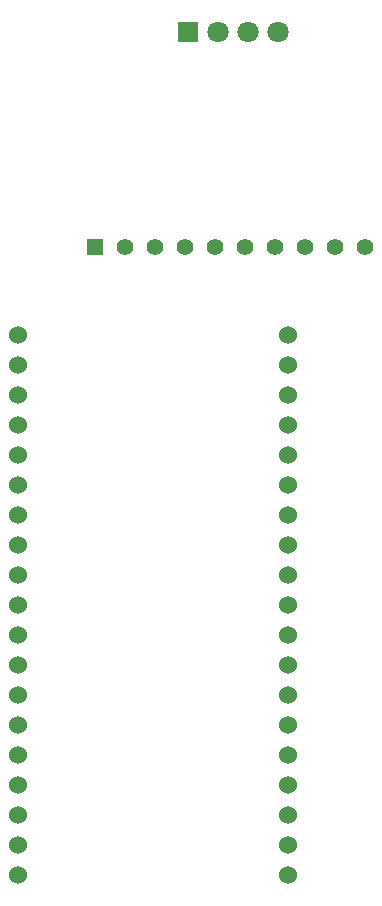
<source format=gbl>
G04 Layer: BottomLayer*
G04 EasyEDA v6.5.51, 2025-10-07 15:43:34*
G04 065a6221327546c7852400a8f05eee82,a6cf4550276c400b965b925ba5ea59c0,10*
G04 Gerber Generator version 0.2*
G04 Scale: 100 percent, Rotated: No, Reflected: No *
G04 Dimensions in millimeters *
G04 leading zeros omitted , absolute positions ,4 integer and 5 decimal *
%FSLAX45Y45*%
%MOMM*%

%ADD10C,1.8000*%
%ADD11R,1.8000X1.8000*%
%ADD12C,1.5240*%
%ADD13R,1.3995X1.3995*%
%ADD14C,1.3995*%
%ADD15C,0.0162*%

%LPD*%
D10*
G01*
X3810000Y-939672D03*
G01*
X3556000Y-939672D03*
G01*
X3302000Y-939672D03*
D11*
G01*
X3048000Y-939927D03*
D12*
G01*
X1612900Y-8077200D03*
G01*
X1612900Y-7823200D03*
G01*
X1612900Y-7569200D03*
G01*
X1612900Y-7315200D03*
G01*
X1612900Y-7061200D03*
G01*
X1612900Y-6807200D03*
G01*
X1612900Y-6553200D03*
G01*
X1612900Y-6299200D03*
G01*
X1612900Y-6045200D03*
G01*
X1612900Y-5791200D03*
G01*
X1612900Y-5537200D03*
G01*
X1612900Y-5283200D03*
G01*
X1612900Y-5029200D03*
G01*
X1612900Y-4775200D03*
G01*
X1612900Y-4521200D03*
G01*
X1612900Y-4267200D03*
G01*
X1612900Y-4013200D03*
G01*
X1612900Y-3759200D03*
G01*
X1612900Y-3505200D03*
G01*
X3898900Y-3505200D03*
G01*
X3898900Y-3759200D03*
G01*
X3898900Y-4013200D03*
G01*
X3898900Y-4267200D03*
G01*
X3898900Y-4521200D03*
G01*
X3898900Y-4775200D03*
G01*
X3898900Y-5029200D03*
G01*
X3898900Y-5283200D03*
G01*
X3898900Y-5537200D03*
G01*
X3898900Y-5791200D03*
G01*
X3898900Y-6045200D03*
G01*
X3898900Y-6299200D03*
G01*
X3898900Y-6553200D03*
G01*
X3898900Y-6807200D03*
G01*
X3898900Y-7061200D03*
G01*
X3898900Y-7315200D03*
G01*
X3898900Y-7569200D03*
G01*
X3898900Y-7823200D03*
G01*
X3898900Y-8077200D03*
D13*
G01*
X2260600Y-2755900D03*
D14*
G01*
X2514600Y-2755900D03*
G01*
X2768600Y-2755900D03*
G01*
X3022600Y-2755900D03*
G01*
X3276600Y-2755900D03*
G01*
X3530600Y-2755900D03*
G01*
X3784600Y-2755900D03*
G01*
X4038600Y-2755900D03*
G01*
X4292600Y-2755900D03*
G01*
X4546600Y-2755900D03*
M02*

</source>
